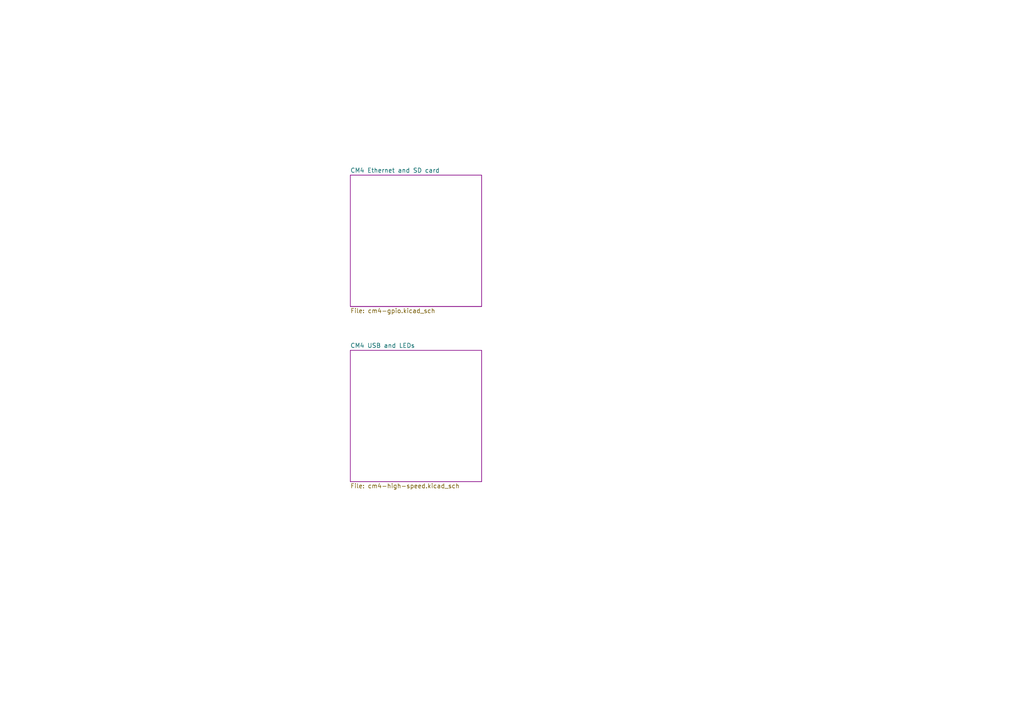
<source format=kicad_sch>
(kicad_sch (version 20211123) (generator eeschema)
  (paper "A4")
  (title_block (title "Raspberry Pi Compute Module 4 Carrier") (date "2022-07-06") (rev "v01") (comment 2 "creativecommons.org/licenses/by-sa/4.0/") (comment 3 "License: CC BY 4.0") (comment 4 "Author: Mikhail Pisman"))
  (lib_symbols)
  (sheet (at 101.6 101.6) (size 38.1 38.1) (stroke (width 0) (color 132 0 132 1)) (fill (color 255 255 255 0.0000))
    (property "Sheet name" "CM4 USB and LEDs" (at 101.6 100.9645 0) (effects (justify left bottom)))
    (property "Sheet file" "cm4-high-speed.kicad_sch" (at 101.6 140.2085 0) (effects (justify left top)))
  )
  (sheet (at 101.6 50.8) (size 38.1 38.1) (stroke (width 0) (color 132 0 132 1)) (fill (color 255 255 255 0.0000))
    (property "Sheet name" "CM4 Ethernet and SD card" (at 101.6 50.1645 0) (effects (justify left bottom)))
    (property "Sheet file" "cm4-gpio.kicad_sch" (at 101.6 89.4085 0) (effects (justify left top)))
  )
)
</source>
